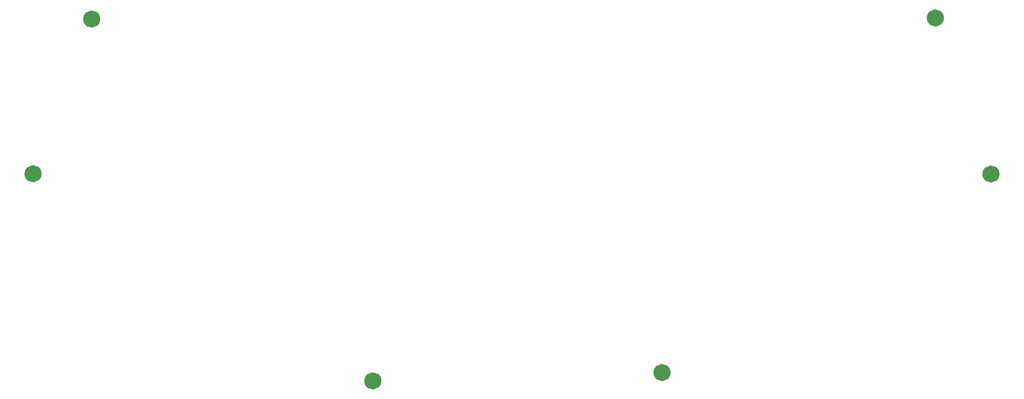
<source format=gbr>
%TF.GenerationSoftware,KiCad,Pcbnew,7.0.2*%
%TF.CreationDate,2023-05-29T21:35:39+02:00*%
%TF.ProjectId,Bolbol,426f6c62-6f6c-42e6-9b69-6361645f7063,rev?*%
%TF.SameCoordinates,Original*%
%TF.FileFunction,Other,Comment*%
%FSLAX46Y46*%
G04 Gerber Fmt 4.6, Leading zero omitted, Abs format (unit mm)*
G04 Created by KiCad (PCBNEW 7.0.2) date 2023-05-29 21:35:39*
%MOMM*%
%LPD*%
G01*
G04 APERTURE LIST*
%ADD10C,1.750000*%
G04 APERTURE END LIST*
%TO.C,H2*%
D10*
X123850646Y-113789862D02*
G75*
G03*
X123850646Y-113789862I-875000J0D01*
G01*
X66548246Y-40002862D02*
G75*
G03*
X66548246Y-40002862I-875000J0D01*
G01*
X249834646Y-71600462D02*
G75*
G03*
X249834646Y-71600462I-875000J0D01*
G01*
X54584846Y-71549662D02*
G75*
G03*
X54584846Y-71549662I-875000J0D01*
G01*
X182804046Y-112088062D02*
G75*
G03*
X182804046Y-112088062I-875000J0D01*
G01*
X238506246Y-39774262D02*
G75*
G03*
X238506246Y-39774262I-875000J0D01*
G01*
%TD*%
M02*

</source>
